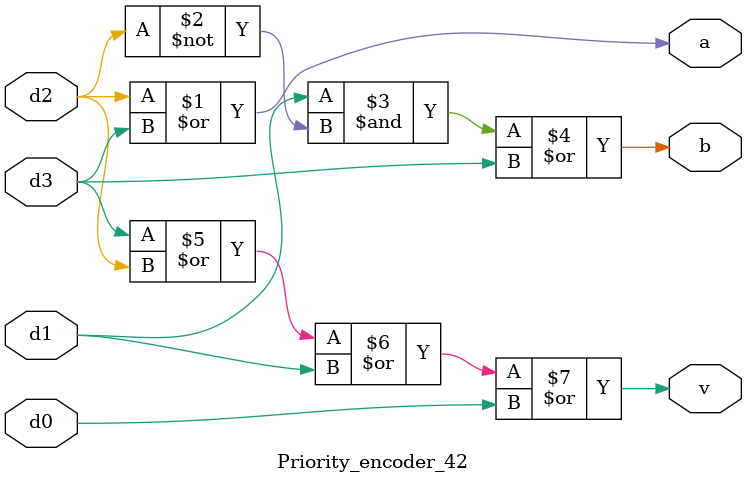
<source format=v>
`timescale 1ns / 1ps


module Priority_encoder_42(
input d0,d1,d2,d3,
output a,b,v

    );
     assign a = d2|d3;
    assign b=( d1 &(~d2))|d3;
    assign v = d3|d2|d1|d0;
endmodule

</source>
